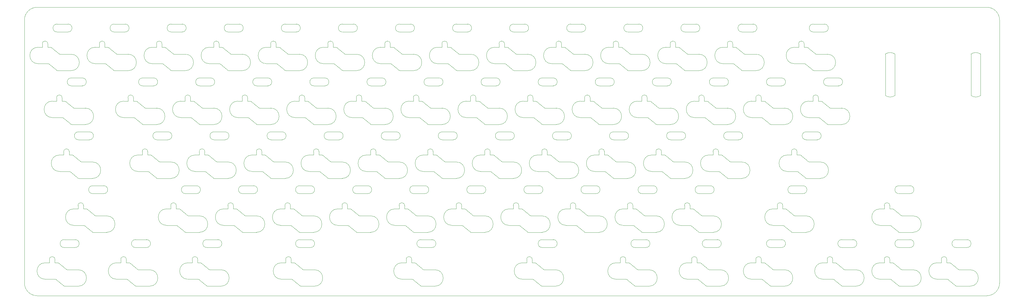
<source format=gbr>
%TF.GenerationSoftware,KiCad,Pcbnew,(7.0.0-0)*%
%TF.CreationDate,2023-02-20T17:49:28-08:00*%
%TF.ProjectId,mt-choc-bottom,6d742d63-686f-4632-9d62-6f74746f6d2e,v1.0*%
%TF.SameCoordinates,Original*%
%TF.FileFunction,Profile,NP*%
%FSLAX46Y46*%
G04 Gerber Fmt 4.6, Leading zero omitted, Abs format (unit mm)*
G04 Created by KiCad (PCBNEW (7.0.0-0)) date 2023-02-20 17:49:28*
%MOMM*%
%LPD*%
G01*
G04 APERTURE LIST*
%TA.AperFunction,Profile*%
%ADD10C,0.038100*%
%TD*%
%TA.AperFunction,Profile*%
%ADD11C,0.120000*%
%TD*%
G04 APERTURE END LIST*
D10*
X362500000Y-82500000D02*
G75*
G03*
X358500000Y-78500000I-4000000J0D01*
G01*
X358500000Y-169500000D02*
G75*
G03*
X362500000Y-165500000I0J4000000D01*
G01*
X362500000Y-165500000D02*
X362500000Y-82500000D01*
X55000000Y-165500000D02*
X55000000Y-82500000D01*
X59000000Y-169500000D02*
X358500000Y-169500000D01*
X59000000Y-78500000D02*
X358500000Y-78500000D01*
X55000000Y-165500000D02*
G75*
G03*
X59000000Y-169500000I4000000J0D01*
G01*
X59000000Y-78500000D02*
G75*
G03*
X55000000Y-82500000I0J-4000000D01*
G01*
D11*
%TO.C,D25*%
X158750000Y-86291665D02*
X155250000Y-86291665D01*
X155250000Y-83791665D02*
X158750000Y-83791665D01*
X158750000Y-86291665D02*
G75*
G03*
X158750000Y-83791665I0J1250000D01*
G01*
X155250000Y-83791665D02*
G75*
G03*
X155250000Y-86291665I0J-1250000D01*
G01*
%TO.C,D12*%
X113750000Y-103291657D02*
X110250000Y-103291657D01*
X110250000Y-100791657D02*
X113750000Y-100791657D01*
X113750000Y-103291657D02*
G75*
G03*
X113750000Y-100791657I0J1250000D01*
G01*
X110250000Y-100791657D02*
G75*
G03*
X110250000Y-103291657I0J-1250000D01*
G01*
%TO.C,D38*%
X217250000Y-137291641D02*
X213750000Y-137291641D01*
X213750000Y-134791641D02*
X217250000Y-134791641D01*
X217250000Y-137291641D02*
G75*
G03*
X217250000Y-134791641I0J1250000D01*
G01*
X213750000Y-134791641D02*
G75*
G03*
X213750000Y-137291641I0J-1250000D01*
G01*
%TO.C,SW10*%
X85400000Y-158000000D02*
X85400000Y-159100000D01*
X85400000Y-159100000D02*
X84050000Y-159100000D01*
X87100000Y-158000000D02*
X87100000Y-159100000D01*
X87100000Y-159100000D02*
X88150000Y-159100000D01*
X87350000Y-164300000D02*
X84050000Y-164300000D01*
X90050000Y-166500000D02*
X87350000Y-164300000D01*
X90050000Y-166500000D02*
X94450000Y-166500000D01*
X90850000Y-161300000D02*
X88150000Y-159100000D01*
X90850000Y-161300000D02*
X94450000Y-161300000D01*
X84050000Y-159100000D02*
G75*
G03*
X84050000Y-164300000I0J-2600000D01*
G01*
X87100000Y-158000000D02*
G75*
G03*
X85400000Y-158000000I-850000J0D01*
G01*
X94450000Y-166500000D02*
G75*
G03*
X94450000Y-161300000I0J2600000D01*
G01*
%TO.C,D1*%
X68750000Y-86291665D02*
X65250000Y-86291665D01*
X65250000Y-83791665D02*
X68750000Y-83791665D01*
X68750000Y-86291665D02*
G75*
G03*
X68750000Y-83791665I0J1250000D01*
G01*
X65250000Y-83791665D02*
G75*
G03*
X65250000Y-86291665I0J-1250000D01*
G01*
%TO.C,SW39*%
X218150000Y-124000000D02*
X218150000Y-125100000D01*
X218150000Y-125100000D02*
X216800000Y-125100000D01*
X219850000Y-124000000D02*
X219850000Y-125100000D01*
X219850000Y-125100000D02*
X220900000Y-125100000D01*
X220100000Y-130300000D02*
X216800000Y-130300000D01*
X222800000Y-132500000D02*
X220100000Y-130300000D01*
X222800000Y-132500000D02*
X227200000Y-132500000D01*
X223600000Y-127300000D02*
X220900000Y-125100000D01*
X223600000Y-127300000D02*
X227200000Y-127300000D01*
X216800000Y-125100000D02*
G75*
G03*
X216800000Y-130300000I0J-2600000D01*
G01*
X219850000Y-124000000D02*
G75*
G03*
X218150000Y-124000000I-850000J0D01*
G01*
X227200000Y-132500000D02*
G75*
G03*
X227200000Y-127300000I0J2600000D01*
G01*
%TO.C,SW33*%
X186650000Y-90000000D02*
X186650000Y-91100000D01*
X186650000Y-91100000D02*
X185300000Y-91100000D01*
X188350000Y-90000000D02*
X188350000Y-91100000D01*
X188350000Y-91100000D02*
X189400000Y-91100000D01*
X188600000Y-96300000D02*
X185300000Y-96300000D01*
X191300000Y-98500000D02*
X188600000Y-96300000D01*
X191300000Y-98500000D02*
X195700000Y-98500000D01*
X192100000Y-93300000D02*
X189400000Y-91100000D01*
X192100000Y-93300000D02*
X195700000Y-93300000D01*
X185300000Y-91100000D02*
G75*
G03*
X185300000Y-96300000I0J-2600000D01*
G01*
X188350000Y-90000000D02*
G75*
G03*
X186650000Y-90000000I-850000J0D01*
G01*
X195700000Y-98500000D02*
G75*
G03*
X195700000Y-93300000I0J2600000D01*
G01*
%TO.C,SW40*%
X227150000Y-141000000D02*
X227150000Y-142100000D01*
X227150000Y-142100000D02*
X225800000Y-142100000D01*
X228850000Y-141000000D02*
X228850000Y-142100000D01*
X228850000Y-142100000D02*
X229900000Y-142100000D01*
X229100000Y-147300000D02*
X225800000Y-147300000D01*
X231800000Y-149500000D02*
X229100000Y-147300000D01*
X231800000Y-149500000D02*
X236200000Y-149500000D01*
X232600000Y-144300000D02*
X229900000Y-142100000D01*
X232600000Y-144300000D02*
X236200000Y-144300000D01*
X225800000Y-142100000D02*
G75*
G03*
X225800000Y-147300000I0J-2600000D01*
G01*
X228850000Y-141000000D02*
G75*
G03*
X227150000Y-141000000I-850000J0D01*
G01*
X236200000Y-149500000D02*
G75*
G03*
X236200000Y-144300000I0J2600000D01*
G01*
%TO.C,D50*%
X257750000Y-103291657D02*
X254250000Y-103291657D01*
X254250000Y-100791657D02*
X257750000Y-100791657D01*
X257750000Y-103291657D02*
G75*
G03*
X257750000Y-100791657I0J1250000D01*
G01*
X254250000Y-100791657D02*
G75*
G03*
X254250000Y-103291657I0J-1250000D01*
G01*
%TO.C,D11*%
X104750000Y-86291665D02*
X101250000Y-86291665D01*
X101250000Y-83791665D02*
X104750000Y-83791665D01*
X104750000Y-86291665D02*
G75*
G03*
X104750000Y-83791665I0J1250000D01*
G01*
X101250000Y-83791665D02*
G75*
G03*
X101250000Y-86291665I0J-1250000D01*
G01*
%TO.C,SW56*%
X308150000Y-158000000D02*
X308150000Y-159100000D01*
X308150000Y-159100000D02*
X306800000Y-159100000D01*
X309850000Y-158000000D02*
X309850000Y-159100000D01*
X309850000Y-159100000D02*
X310900000Y-159100000D01*
X310100000Y-164300000D02*
X306800000Y-164300000D01*
X312800000Y-166500000D02*
X310100000Y-164300000D01*
X312800000Y-166500000D02*
X317200000Y-166500000D01*
X313600000Y-161300000D02*
X310900000Y-159100000D01*
X313600000Y-161300000D02*
X317200000Y-161300000D01*
X306800000Y-159100000D02*
G75*
G03*
X306800000Y-164300000I0J-2600000D01*
G01*
X309850000Y-158000000D02*
G75*
G03*
X308150000Y-158000000I-850000J0D01*
G01*
X317200000Y-166500000D02*
G75*
G03*
X317200000Y-161300000I0J2600000D01*
G01*
%TO.C,SW18*%
X128150000Y-124000000D02*
X128150000Y-125100000D01*
X128150000Y-125100000D02*
X126800000Y-125100000D01*
X129850000Y-124000000D02*
X129850000Y-125100000D01*
X129850000Y-125100000D02*
X130900000Y-125100000D01*
X130100000Y-130300000D02*
X126800000Y-130300000D01*
X132800000Y-132500000D02*
X130100000Y-130300000D01*
X132800000Y-132500000D02*
X137200000Y-132500000D01*
X133600000Y-127300000D02*
X130900000Y-125100000D01*
X133600000Y-127300000D02*
X137200000Y-127300000D01*
X126800000Y-125100000D02*
G75*
G03*
X126800000Y-130300000I0J-2600000D01*
G01*
X129850000Y-124000000D02*
G75*
G03*
X128150000Y-124000000I-850000J0D01*
G01*
X137200000Y-132500000D02*
G75*
G03*
X137200000Y-127300000I0J2600000D01*
G01*
%TO.C,SW44*%
X236150000Y-124000000D02*
X236150000Y-125100000D01*
X236150000Y-125100000D02*
X234800000Y-125100000D01*
X237850000Y-124000000D02*
X237850000Y-125100000D01*
X237850000Y-125100000D02*
X238900000Y-125100000D01*
X238100000Y-130300000D02*
X234800000Y-130300000D01*
X240800000Y-132500000D02*
X238100000Y-130300000D01*
X240800000Y-132500000D02*
X245200000Y-132500000D01*
X241600000Y-127300000D02*
X238900000Y-125100000D01*
X241600000Y-127300000D02*
X245200000Y-127300000D01*
X234800000Y-125100000D02*
G75*
G03*
X234800000Y-130300000I0J-2600000D01*
G01*
X237850000Y-124000000D02*
G75*
G03*
X236150000Y-124000000I-850000J0D01*
G01*
X245200000Y-132500000D02*
G75*
G03*
X245200000Y-127300000I0J2600000D01*
G01*
%TO.C,D18*%
X136250000Y-120291649D02*
X132750000Y-120291649D01*
X132750000Y-117791649D02*
X136250000Y-117791649D01*
X136250000Y-120291649D02*
G75*
G03*
X136250000Y-117791649I0J1250000D01*
G01*
X132750000Y-117791649D02*
G75*
G03*
X132750000Y-120291649I0J-1250000D01*
G01*
%TO.C,D9*%
X109250000Y-137291641D02*
X105750000Y-137291641D01*
X105750000Y-134791641D02*
X109250000Y-134791641D01*
X109250000Y-137291641D02*
G75*
G03*
X109250000Y-134791641I0J1250000D01*
G01*
X105750000Y-134791641D02*
G75*
G03*
X105750000Y-137291641I0J-1250000D01*
G01*
%TO.C,D55*%
X275750000Y-103291657D02*
X272250000Y-103291657D01*
X272250000Y-100791657D02*
X275750000Y-100791657D01*
X275750000Y-103291657D02*
G75*
G03*
X275750000Y-100791657I0J1250000D01*
G01*
X272250000Y-100791657D02*
G75*
G03*
X272250000Y-103291657I0J-1250000D01*
G01*
%TO.C,D61*%
X305000000Y-120291649D02*
X301500000Y-120291649D01*
X301500000Y-117791649D02*
X305000000Y-117791649D01*
X305000000Y-120291649D02*
G75*
G03*
X305000000Y-117791649I0J1250000D01*
G01*
X301500000Y-117791649D02*
G75*
G03*
X301500000Y-120291649I0J-1250000D01*
G01*
%TO.C,D63*%
X334250000Y-154291633D02*
X330750000Y-154291633D01*
X330750000Y-151791633D02*
X334250000Y-151791633D01*
X334250000Y-154291633D02*
G75*
G03*
X334250000Y-151791633I0J1250000D01*
G01*
X330750000Y-151791633D02*
G75*
G03*
X330750000Y-154291633I0J-1250000D01*
G01*
%TO.C,SW36*%
X209150000Y-141000000D02*
X209150000Y-142100000D01*
X209150000Y-142100000D02*
X207800000Y-142100000D01*
X210850000Y-141000000D02*
X210850000Y-142100000D01*
X210850000Y-142100000D02*
X211900000Y-142100000D01*
X211100000Y-147300000D02*
X207800000Y-147300000D01*
X213800000Y-149500000D02*
X211100000Y-147300000D01*
X213800000Y-149500000D02*
X218200000Y-149500000D01*
X214600000Y-144300000D02*
X211900000Y-142100000D01*
X214600000Y-144300000D02*
X218200000Y-144300000D01*
X207800000Y-142100000D02*
G75*
G03*
X207800000Y-147300000I0J-2600000D01*
G01*
X210850000Y-141000000D02*
G75*
G03*
X209150000Y-141000000I-850000J0D01*
G01*
X218200000Y-149500000D02*
G75*
G03*
X218200000Y-144300000I0J2600000D01*
G01*
%TO.C,D40*%
X221750000Y-103291657D02*
X218250000Y-103291657D01*
X218250000Y-100791657D02*
X221750000Y-100791657D01*
X221750000Y-103291657D02*
G75*
G03*
X221750000Y-100791657I0J1250000D01*
G01*
X218250000Y-100791657D02*
G75*
G03*
X218250000Y-103291657I0J-1250000D01*
G01*
%TO.C,SW63*%
X303650000Y-107000000D02*
X303650000Y-108100000D01*
X303650000Y-108100000D02*
X302300000Y-108100000D01*
X305350000Y-107000000D02*
X305350000Y-108100000D01*
X305350000Y-108100000D02*
X306400000Y-108100000D01*
X305600000Y-113300000D02*
X302300000Y-113300000D01*
X308300000Y-115500000D02*
X305600000Y-113300000D01*
X308300000Y-115500000D02*
X312700000Y-115500000D01*
X309100000Y-110300000D02*
X306400000Y-108100000D01*
X309100000Y-110300000D02*
X312700000Y-110300000D01*
X302300000Y-108100000D02*
G75*
G03*
X302300000Y-113300000I0J-2600000D01*
G01*
X305350000Y-107000000D02*
G75*
G03*
X303650000Y-107000000I-850000J0D01*
G01*
X312700000Y-115500000D02*
G75*
G03*
X312700000Y-110300000I0J2600000D01*
G01*
%TO.C,SW25*%
X150650000Y-90000000D02*
X150650000Y-91100000D01*
X150650000Y-91100000D02*
X149300000Y-91100000D01*
X152350000Y-90000000D02*
X152350000Y-91100000D01*
X152350000Y-91100000D02*
X153400000Y-91100000D01*
X152600000Y-96300000D02*
X149300000Y-96300000D01*
X155300000Y-98500000D02*
X152600000Y-96300000D01*
X155300000Y-98500000D02*
X159700000Y-98500000D01*
X156100000Y-93300000D02*
X153400000Y-91100000D01*
X156100000Y-93300000D02*
X159700000Y-93300000D01*
X149300000Y-91100000D02*
G75*
G03*
X149300000Y-96300000I0J-2600000D01*
G01*
X152350000Y-90000000D02*
G75*
G03*
X150650000Y-90000000I-850000J0D01*
G01*
X159700000Y-98500000D02*
G75*
G03*
X159700000Y-93300000I0J2600000D01*
G01*
%TO.C,SW16*%
X114650000Y-90000000D02*
X114650000Y-91100000D01*
X114650000Y-91100000D02*
X113300000Y-91100000D01*
X116350000Y-90000000D02*
X116350000Y-91100000D01*
X116350000Y-91100000D02*
X117400000Y-91100000D01*
X116600000Y-96300000D02*
X113300000Y-96300000D01*
X119300000Y-98500000D02*
X116600000Y-96300000D01*
X119300000Y-98500000D02*
X123700000Y-98500000D01*
X120100000Y-93300000D02*
X117400000Y-91100000D01*
X120100000Y-93300000D02*
X123700000Y-93300000D01*
X113300000Y-91100000D02*
G75*
G03*
X113300000Y-96300000I0J-2600000D01*
G01*
X116350000Y-90000000D02*
G75*
G03*
X114650000Y-90000000I-850000J0D01*
G01*
X123700000Y-98500000D02*
G75*
G03*
X123700000Y-93300000I0J2600000D01*
G01*
%TO.C,D3*%
X75500000Y-120291649D02*
X72000000Y-120291649D01*
X72000000Y-117791649D02*
X75500000Y-117791649D01*
X75500000Y-120291649D02*
G75*
G03*
X75500000Y-117791649I0J1250000D01*
G01*
X72000000Y-117791649D02*
G75*
G03*
X72000000Y-120291649I0J-1250000D01*
G01*
%TO.C,D14*%
X127250000Y-137291641D02*
X123750000Y-137291641D01*
X123750000Y-134791641D02*
X127250000Y-134791641D01*
X127250000Y-137291641D02*
G75*
G03*
X127250000Y-134791641I0J1250000D01*
G01*
X123750000Y-134791641D02*
G75*
G03*
X123750000Y-137291641I0J-1250000D01*
G01*
%TO.C,D28*%
X181250000Y-137291641D02*
X177750000Y-137291641D01*
X177750000Y-134791641D02*
X181250000Y-134791641D01*
X181250000Y-137291641D02*
G75*
G03*
X181250000Y-134791641I0J1250000D01*
G01*
X177750000Y-134791641D02*
G75*
G03*
X177750000Y-137291641I0J-1250000D01*
G01*
%TO.C,D7*%
X95750000Y-103291657D02*
X92250000Y-103291657D01*
X92250000Y-100791657D02*
X95750000Y-100791657D01*
X95750000Y-103291657D02*
G75*
G03*
X95750000Y-100791657I0J1250000D01*
G01*
X92250000Y-100791657D02*
G75*
G03*
X92250000Y-103291657I0J-1250000D01*
G01*
%TO.C,SW41*%
X242900000Y-158000000D02*
X242900000Y-159100000D01*
X242900000Y-159100000D02*
X241550000Y-159100000D01*
X244600000Y-158000000D02*
X244600000Y-159100000D01*
X244600000Y-159100000D02*
X245650000Y-159100000D01*
X244850000Y-164300000D02*
X241550000Y-164300000D01*
X247550000Y-166500000D02*
X244850000Y-164300000D01*
X247550000Y-166500000D02*
X251950000Y-166500000D01*
X248350000Y-161300000D02*
X245650000Y-159100000D01*
X248350000Y-161300000D02*
X251950000Y-161300000D01*
X241550000Y-159100000D02*
G75*
G03*
X241550000Y-164300000I0J-2600000D01*
G01*
X244600000Y-158000000D02*
G75*
G03*
X242900000Y-158000000I-850000J0D01*
G01*
X251950000Y-166500000D02*
G75*
G03*
X251950000Y-161300000I0J2600000D01*
G01*
%TO.C,D47*%
X253250000Y-137291641D02*
X249750000Y-137291641D01*
X249750000Y-134791641D02*
X253250000Y-134791641D01*
X253250000Y-137291641D02*
G75*
G03*
X253250000Y-134791641I0J1250000D01*
G01*
X249750000Y-134791641D02*
G75*
G03*
X249750000Y-137291641I0J-1250000D01*
G01*
%TO.C,D57*%
X300500000Y-137291641D02*
X297000000Y-137291641D01*
X297000000Y-134791641D02*
X300500000Y-134791641D01*
X300500000Y-137291641D02*
G75*
G03*
X300500000Y-134791641I0J1250000D01*
G01*
X297000000Y-134791641D02*
G75*
G03*
X297000000Y-137291641I0J-1250000D01*
G01*
%TO.C,SW38*%
X213650000Y-107000000D02*
X213650000Y-108100000D01*
X213650000Y-108100000D02*
X212300000Y-108100000D01*
X215350000Y-107000000D02*
X215350000Y-108100000D01*
X215350000Y-108100000D02*
X216400000Y-108100000D01*
X215600000Y-113300000D02*
X212300000Y-113300000D01*
X218300000Y-115500000D02*
X215600000Y-113300000D01*
X218300000Y-115500000D02*
X222700000Y-115500000D01*
X219100000Y-110300000D02*
X216400000Y-108100000D01*
X219100000Y-110300000D02*
X222700000Y-110300000D01*
X212300000Y-108100000D02*
G75*
G03*
X212300000Y-113300000I0J-2600000D01*
G01*
X215350000Y-107000000D02*
G75*
G03*
X213650000Y-107000000I-850000J0D01*
G01*
X222700000Y-115500000D02*
G75*
G03*
X222700000Y-110300000I0J2600000D01*
G01*
%TO.C,SW62*%
X299150000Y-90000000D02*
X299150000Y-91100000D01*
X299150000Y-91100000D02*
X297800000Y-91100000D01*
X300850000Y-90000000D02*
X300850000Y-91100000D01*
X300850000Y-91100000D02*
X301900000Y-91100000D01*
X301100000Y-96300000D02*
X297800000Y-96300000D01*
X303800000Y-98500000D02*
X301100000Y-96300000D01*
X303800000Y-98500000D02*
X308200000Y-98500000D01*
X304600000Y-93300000D02*
X301900000Y-91100000D01*
X304600000Y-93300000D02*
X308200000Y-93300000D01*
X297800000Y-91100000D02*
G75*
G03*
X297800000Y-96300000I0J-2600000D01*
G01*
X300850000Y-90000000D02*
G75*
G03*
X299150000Y-90000000I-850000J0D01*
G01*
X308200000Y-98500000D02*
G75*
G03*
X308200000Y-93300000I0J2600000D01*
G01*
%TO.C,SW26*%
X159650000Y-107000000D02*
X159650000Y-108100000D01*
X159650000Y-108100000D02*
X158300000Y-108100000D01*
X161350000Y-107000000D02*
X161350000Y-108100000D01*
X161350000Y-108100000D02*
X162400000Y-108100000D01*
X161600000Y-113300000D02*
X158300000Y-113300000D01*
X164300000Y-115500000D02*
X161600000Y-113300000D01*
X164300000Y-115500000D02*
X168700000Y-115500000D01*
X165100000Y-110300000D02*
X162400000Y-108100000D01*
X165100000Y-110300000D02*
X168700000Y-110300000D01*
X158300000Y-108100000D02*
G75*
G03*
X158300000Y-113300000I0J-2600000D01*
G01*
X161350000Y-107000000D02*
G75*
G03*
X159650000Y-107000000I-850000J0D01*
G01*
X168700000Y-115500000D02*
G75*
G03*
X168700000Y-110300000I0J2600000D01*
G01*
%TO.C,SW48*%
X249650000Y-107000000D02*
X249650000Y-108100000D01*
X249650000Y-108100000D02*
X248300000Y-108100000D01*
X251350000Y-107000000D02*
X251350000Y-108100000D01*
X251350000Y-108100000D02*
X252400000Y-108100000D01*
X251600000Y-113300000D02*
X248300000Y-113300000D01*
X254300000Y-115500000D02*
X251600000Y-113300000D01*
X254300000Y-115500000D02*
X258700000Y-115500000D01*
X255100000Y-110300000D02*
X252400000Y-108100000D01*
X255100000Y-110300000D02*
X258700000Y-110300000D01*
X248300000Y-108100000D02*
G75*
G03*
X248300000Y-113300000I0J-2600000D01*
G01*
X251350000Y-107000000D02*
G75*
G03*
X249650000Y-107000000I-850000J0D01*
G01*
X258700000Y-115500000D02*
G75*
G03*
X258700000Y-110300000I0J2600000D01*
G01*
%TO.C,D62*%
X334250000Y-137291641D02*
X330750000Y-137291641D01*
X330750000Y-134791641D02*
X334250000Y-134791641D01*
X334250000Y-137291641D02*
G75*
G03*
X334250000Y-134791641I0J1250000D01*
G01*
X330750000Y-134791641D02*
G75*
G03*
X330750000Y-137291641I0J-1250000D01*
G01*
%TO.C,D16*%
X122750000Y-86291665D02*
X119250000Y-86291665D01*
X119250000Y-83791665D02*
X122750000Y-83791665D01*
X122750000Y-86291665D02*
G75*
G03*
X122750000Y-83791665I0J1250000D01*
G01*
X119250000Y-83791665D02*
G75*
G03*
X119250000Y-86291665I0J-1250000D01*
G01*
%TO.C,SW11*%
X96650000Y-90000000D02*
X96650000Y-91100000D01*
X96650000Y-91100000D02*
X95300000Y-91100000D01*
X98350000Y-90000000D02*
X98350000Y-91100000D01*
X98350000Y-91100000D02*
X99400000Y-91100000D01*
X98600000Y-96300000D02*
X95300000Y-96300000D01*
X101300000Y-98500000D02*
X98600000Y-96300000D01*
X101300000Y-98500000D02*
X105700000Y-98500000D01*
X102100000Y-93300000D02*
X99400000Y-91100000D01*
X102100000Y-93300000D02*
X105700000Y-93300000D01*
X95300000Y-91100000D02*
G75*
G03*
X95300000Y-96300000I0J-2600000D01*
G01*
X98350000Y-90000000D02*
G75*
G03*
X96650000Y-90000000I-850000J0D01*
G01*
X105700000Y-98500000D02*
G75*
G03*
X105700000Y-93300000I0J2600000D01*
G01*
%TO.C,D19*%
X145250000Y-137291641D02*
X141750000Y-137291641D01*
X141750000Y-134791641D02*
X145250000Y-134791641D01*
X145250000Y-137291641D02*
G75*
G03*
X145250000Y-134791641I0J1250000D01*
G01*
X141750000Y-134791641D02*
G75*
G03*
X141750000Y-137291641I0J-1250000D01*
G01*
%TO.C,D42*%
X235250000Y-137291641D02*
X231750000Y-137291641D01*
X231750000Y-134791641D02*
X235250000Y-134791641D01*
X235250000Y-137291641D02*
G75*
G03*
X235250000Y-134791641I0J1250000D01*
G01*
X231750000Y-134791641D02*
G75*
G03*
X231750000Y-137291641I0J-1250000D01*
G01*
%TO.C,D24*%
X145250000Y-154291633D02*
X141750000Y-154291633D01*
X141750000Y-151791633D02*
X145250000Y-151791633D01*
X145250000Y-154291633D02*
G75*
G03*
X145250000Y-151791633I0J1250000D01*
G01*
X141750000Y-151791633D02*
G75*
G03*
X141750000Y-154291633I0J-1250000D01*
G01*
%TO.C,D44*%
X230750000Y-86291665D02*
X227250000Y-86291665D01*
X227250000Y-83791665D02*
X230750000Y-83791665D01*
X230750000Y-86291665D02*
G75*
G03*
X230750000Y-83791665I0J1250000D01*
G01*
X227250000Y-83791665D02*
G75*
G03*
X227250000Y-86291665I0J-1250000D01*
G01*
%TO.C,SW21*%
X141650000Y-107000000D02*
X141650000Y-108100000D01*
X141650000Y-108100000D02*
X140300000Y-108100000D01*
X143350000Y-107000000D02*
X143350000Y-108100000D01*
X143350000Y-108100000D02*
X144400000Y-108100000D01*
X143600000Y-113300000D02*
X140300000Y-113300000D01*
X146300000Y-115500000D02*
X143600000Y-113300000D01*
X146300000Y-115500000D02*
X150700000Y-115500000D01*
X147100000Y-110300000D02*
X144400000Y-108100000D01*
X147100000Y-110300000D02*
X150700000Y-110300000D01*
X140300000Y-108100000D02*
G75*
G03*
X140300000Y-113300000I0J-2600000D01*
G01*
X143350000Y-107000000D02*
G75*
G03*
X141650000Y-107000000I-850000J0D01*
G01*
X150700000Y-115500000D02*
G75*
G03*
X150700000Y-110300000I0J2600000D01*
G01*
%TO.C,SW54*%
X272150000Y-124000000D02*
X272150000Y-125100000D01*
X272150000Y-125100000D02*
X270800000Y-125100000D01*
X273850000Y-124000000D02*
X273850000Y-125100000D01*
X273850000Y-125100000D02*
X274900000Y-125100000D01*
X274100000Y-130300000D02*
X270800000Y-130300000D01*
X276800000Y-132500000D02*
X274100000Y-130300000D01*
X276800000Y-132500000D02*
X281200000Y-132500000D01*
X277600000Y-127300000D02*
X274900000Y-125100000D01*
X277600000Y-127300000D02*
X281200000Y-127300000D01*
X270800000Y-125100000D02*
G75*
G03*
X270800000Y-130300000I0J-2600000D01*
G01*
X273850000Y-124000000D02*
G75*
G03*
X272150000Y-124000000I-850000J0D01*
G01*
X281200000Y-132500000D02*
G75*
G03*
X281200000Y-127300000I0J2600000D01*
G01*
%TO.C,D45*%
X239750000Y-103291657D02*
X236250000Y-103291657D01*
X236250000Y-100791657D02*
X239750000Y-100791657D01*
X239750000Y-103291657D02*
G75*
G03*
X239750000Y-100791657I0J1250000D01*
G01*
X236250000Y-100791657D02*
G75*
G03*
X236250000Y-103291657I0J-1250000D01*
G01*
%TO.C,SW57*%
X276650000Y-90000000D02*
X276650000Y-91100000D01*
X276650000Y-91100000D02*
X275300000Y-91100000D01*
X278350000Y-90000000D02*
X278350000Y-91100000D01*
X278350000Y-91100000D02*
X279400000Y-91100000D01*
X278600000Y-96300000D02*
X275300000Y-96300000D01*
X281300000Y-98500000D02*
X278600000Y-96300000D01*
X281300000Y-98500000D02*
X285700000Y-98500000D01*
X282100000Y-93300000D02*
X279400000Y-91100000D01*
X282100000Y-93300000D02*
X285700000Y-93300000D01*
X275300000Y-91100000D02*
G75*
G03*
X275300000Y-96300000I0J-2600000D01*
G01*
X278350000Y-90000000D02*
G75*
G03*
X276650000Y-90000000I-850000J0D01*
G01*
X285700000Y-98500000D02*
G75*
G03*
X285700000Y-93300000I0J2600000D01*
G01*
%TO.C,D29*%
X183500000Y-154291633D02*
X180000000Y-154291633D01*
X180000000Y-151791633D02*
X183500000Y-151791633D01*
X183500000Y-154291633D02*
G75*
G03*
X183500000Y-151791633I0J1250000D01*
G01*
X180000000Y-151791633D02*
G75*
G03*
X180000000Y-154291633I0J-1250000D01*
G01*
%TO.C,D51*%
X262250000Y-120291649D02*
X258750000Y-120291649D01*
X258750000Y-117791649D02*
X262250000Y-117791649D01*
X262250000Y-120291649D02*
G75*
G03*
X262250000Y-117791649I0J1250000D01*
G01*
X258750000Y-117791649D02*
G75*
G03*
X258750000Y-120291649I0J-1250000D01*
G01*
%TO.C,SW24*%
X137400000Y-158000000D02*
X137400000Y-159100000D01*
X137400000Y-159100000D02*
X136050000Y-159100000D01*
X139100000Y-158000000D02*
X139100000Y-159100000D01*
X139100000Y-159100000D02*
X140150000Y-159100000D01*
X139350000Y-164300000D02*
X136050000Y-164300000D01*
X142050000Y-166500000D02*
X139350000Y-164300000D01*
X142050000Y-166500000D02*
X146450000Y-166500000D01*
X142850000Y-161300000D02*
X140150000Y-159100000D01*
X142850000Y-161300000D02*
X146450000Y-161300000D01*
X175400000Y-158000000D02*
X175400000Y-159100000D01*
X175400000Y-159100000D02*
X174050000Y-159100000D01*
X177100000Y-158000000D02*
X177100000Y-159100000D01*
X177100000Y-159100000D02*
X178150000Y-159100000D01*
X177350000Y-164300000D02*
X174050000Y-164300000D01*
X180050000Y-166500000D02*
X177350000Y-164300000D01*
X180050000Y-166500000D02*
X184450000Y-166500000D01*
X180850000Y-161300000D02*
X178150000Y-159100000D01*
X180850000Y-161300000D02*
X184450000Y-161300000D01*
X213400000Y-158000000D02*
X213400000Y-159100000D01*
X213400000Y-159100000D02*
X212050000Y-159100000D01*
X215100000Y-158000000D02*
X215100000Y-159100000D01*
X215100000Y-159100000D02*
X216150000Y-159100000D01*
X215350000Y-164300000D02*
X212050000Y-164300000D01*
X218050000Y-166500000D02*
X215350000Y-164300000D01*
X218050000Y-166500000D02*
X222450000Y-166500000D01*
X218850000Y-161300000D02*
X216150000Y-159100000D01*
X218850000Y-161300000D02*
X222450000Y-161300000D01*
X136050000Y-159100000D02*
G75*
G03*
X136050000Y-164300000I0J-2600000D01*
G01*
X139100000Y-158000000D02*
G75*
G03*
X137400000Y-158000000I-850000J0D01*
G01*
X146450000Y-166500000D02*
G75*
G03*
X146450000Y-161300000I0J2600000D01*
G01*
X174050000Y-159100000D02*
G75*
G03*
X174050000Y-164300000I0J-2600000D01*
G01*
X177100000Y-158000000D02*
G75*
G03*
X175400000Y-158000000I-850000J0D01*
G01*
X184450000Y-166500000D02*
G75*
G03*
X184450000Y-161300000I0J2600000D01*
G01*
X212050000Y-159100000D02*
G75*
G03*
X212050000Y-164300000I0J-2600000D01*
G01*
X215100000Y-158000000D02*
G75*
G03*
X213400000Y-158000000I-850000J0D01*
G01*
X222450000Y-166500000D02*
G75*
G03*
X222450000Y-161300000I0J2600000D01*
G01*
%TO.C,D21*%
X149750000Y-103291657D02*
X146250000Y-103291657D01*
X146250000Y-100791657D02*
X149750000Y-100791657D01*
X149750000Y-103291657D02*
G75*
G03*
X149750000Y-100791657I0J1250000D01*
G01*
X146250000Y-100791657D02*
G75*
G03*
X146250000Y-103291657I0J-1250000D01*
G01*
%TO.C,D58*%
X316250000Y-154291633D02*
X312750000Y-154291633D01*
X312750000Y-151791633D02*
X316250000Y-151791633D01*
X316250000Y-154291633D02*
G75*
G03*
X316250000Y-151791633I0J1250000D01*
G01*
X312750000Y-151791633D02*
G75*
G03*
X312750000Y-154291633I0J-1250000D01*
G01*
%TO.C,D60*%
X293750000Y-103291657D02*
X290250000Y-103291657D01*
X290250000Y-100791657D02*
X293750000Y-100791657D01*
X293750000Y-103291657D02*
G75*
G03*
X293750000Y-100791657I0J1250000D01*
G01*
X290250000Y-100791657D02*
G75*
G03*
X290250000Y-103291657I0J-1250000D01*
G01*
%TO.C,SW8*%
X92150000Y-124000000D02*
X92150000Y-125100000D01*
X92150000Y-125100000D02*
X90800000Y-125100000D01*
X93850000Y-124000000D02*
X93850000Y-125100000D01*
X93850000Y-125100000D02*
X94900000Y-125100000D01*
X94100000Y-130300000D02*
X90800000Y-130300000D01*
X96800000Y-132500000D02*
X94100000Y-130300000D01*
X96800000Y-132500000D02*
X101200000Y-132500000D01*
X97600000Y-127300000D02*
X94900000Y-125100000D01*
X97600000Y-127300000D02*
X101200000Y-127300000D01*
X90800000Y-125100000D02*
G75*
G03*
X90800000Y-130300000I0J-2600000D01*
G01*
X93850000Y-124000000D02*
G75*
G03*
X92150000Y-124000000I-850000J0D01*
G01*
X101200000Y-132500000D02*
G75*
G03*
X101200000Y-127300000I0J2600000D01*
G01*
%TO.C,SW3*%
X67400000Y-124000000D02*
X67400000Y-125100000D01*
X67400000Y-125100000D02*
X66050000Y-125100000D01*
X69100000Y-124000000D02*
X69100000Y-125100000D01*
X69100000Y-125100000D02*
X70150000Y-125100000D01*
X69350000Y-130300000D02*
X66050000Y-130300000D01*
X72050000Y-132500000D02*
X69350000Y-130300000D01*
X72050000Y-132500000D02*
X76450000Y-132500000D01*
X72850000Y-127300000D02*
X70150000Y-125100000D01*
X72850000Y-127300000D02*
X76450000Y-127300000D01*
X66050000Y-125100000D02*
G75*
G03*
X66050000Y-130300000I0J-2600000D01*
G01*
X69100000Y-124000000D02*
G75*
G03*
X67400000Y-124000000I-850000J0D01*
G01*
X76450000Y-132500000D02*
G75*
G03*
X76450000Y-127300000I0J2600000D01*
G01*
%TO.C,D41*%
X226250000Y-120291649D02*
X222750000Y-120291649D01*
X222750000Y-117791649D02*
X226250000Y-117791649D01*
X226250000Y-120291649D02*
G75*
G03*
X226250000Y-117791649I0J1250000D01*
G01*
X222750000Y-117791649D02*
G75*
G03*
X222750000Y-120291649I0J-1250000D01*
G01*
%TO.C,D31*%
X176750000Y-86291665D02*
X173250000Y-86291665D01*
X173250000Y-83791665D02*
X176750000Y-83791665D01*
X176750000Y-86291665D02*
G75*
G03*
X176750000Y-83791665I0J1250000D01*
G01*
X173250000Y-83791665D02*
G75*
G03*
X173250000Y-86291665I0J-1250000D01*
G01*
%TO.C,SW35*%
X200150000Y-124000000D02*
X200150000Y-125100000D01*
X200150000Y-125100000D02*
X198800000Y-125100000D01*
X201850000Y-124000000D02*
X201850000Y-125100000D01*
X201850000Y-125100000D02*
X202900000Y-125100000D01*
X202100000Y-130300000D02*
X198800000Y-130300000D01*
X204800000Y-132500000D02*
X202100000Y-130300000D01*
X204800000Y-132500000D02*
X209200000Y-132500000D01*
X205600000Y-127300000D02*
X202900000Y-125100000D01*
X205600000Y-127300000D02*
X209200000Y-127300000D01*
X198800000Y-125100000D02*
G75*
G03*
X198800000Y-130300000I0J-2600000D01*
G01*
X201850000Y-124000000D02*
G75*
G03*
X200150000Y-124000000I-850000J0D01*
G01*
X209200000Y-132500000D02*
G75*
G03*
X209200000Y-127300000I0J2600000D01*
G01*
%TO.C,D39*%
X212750000Y-86291665D02*
X209250000Y-86291665D01*
X209250000Y-83791665D02*
X212750000Y-83791665D01*
X212750000Y-86291665D02*
G75*
G03*
X212750000Y-83791665I0J1250000D01*
G01*
X209250000Y-83791665D02*
G75*
G03*
X209250000Y-86291665I0J-1250000D01*
G01*
%TO.C,SW9*%
X101150000Y-141000000D02*
X101150000Y-142100000D01*
X101150000Y-142100000D02*
X99800000Y-142100000D01*
X102850000Y-141000000D02*
X102850000Y-142100000D01*
X102850000Y-142100000D02*
X103900000Y-142100000D01*
X103100000Y-147300000D02*
X99800000Y-147300000D01*
X105800000Y-149500000D02*
X103100000Y-147300000D01*
X105800000Y-149500000D02*
X110200000Y-149500000D01*
X106600000Y-144300000D02*
X103900000Y-142100000D01*
X106600000Y-144300000D02*
X110200000Y-144300000D01*
X99800000Y-142100000D02*
G75*
G03*
X99800000Y-147300000I0J-2600000D01*
G01*
X102850000Y-141000000D02*
G75*
G03*
X101150000Y-141000000I-850000J0D01*
G01*
X110200000Y-149500000D02*
G75*
G03*
X110200000Y-144300000I0J2600000D01*
G01*
%TO.C,D52*%
X271250000Y-137291641D02*
X267750000Y-137291641D01*
X267750000Y-134791641D02*
X271250000Y-134791641D01*
X271250000Y-137291641D02*
G75*
G03*
X271250000Y-134791641I0J1250000D01*
G01*
X267750000Y-134791641D02*
G75*
G03*
X267750000Y-137291641I0J-1250000D01*
G01*
%TO.C,SW15*%
X107900000Y-158000000D02*
X107900000Y-159100000D01*
X107900000Y-159100000D02*
X106550000Y-159100000D01*
X109600000Y-158000000D02*
X109600000Y-159100000D01*
X109600000Y-159100000D02*
X110650000Y-159100000D01*
X109850000Y-164300000D02*
X106550000Y-164300000D01*
X112550000Y-166500000D02*
X109850000Y-164300000D01*
X112550000Y-166500000D02*
X116950000Y-166500000D01*
X113350000Y-161300000D02*
X110650000Y-159100000D01*
X113350000Y-161300000D02*
X116950000Y-161300000D01*
X106550000Y-159100000D02*
G75*
G03*
X106550000Y-164300000I0J-2600000D01*
G01*
X109600000Y-158000000D02*
G75*
G03*
X107900000Y-158000000I-850000J0D01*
G01*
X116950000Y-166500000D02*
G75*
G03*
X116950000Y-161300000I0J2600000D01*
G01*
%TO.C,SW4*%
X71900000Y-141000000D02*
X71900000Y-142100000D01*
X71900000Y-142100000D02*
X70550000Y-142100000D01*
X73600000Y-141000000D02*
X73600000Y-142100000D01*
X73600000Y-142100000D02*
X74650000Y-142100000D01*
X73850000Y-147300000D02*
X70550000Y-147300000D01*
X76550000Y-149500000D02*
X73850000Y-147300000D01*
X76550000Y-149500000D02*
X80950000Y-149500000D01*
X77350000Y-144300000D02*
X74650000Y-142100000D01*
X77350000Y-144300000D02*
X80950000Y-144300000D01*
X70550000Y-142100000D02*
G75*
G03*
X70550000Y-147300000I0J-2600000D01*
G01*
X73600000Y-141000000D02*
G75*
G03*
X71900000Y-141000000I-850000J0D01*
G01*
X80950000Y-149500000D02*
G75*
G03*
X80950000Y-144300000I0J2600000D01*
G01*
%TO.C,D26*%
X167750000Y-103291657D02*
X164250000Y-103291657D01*
X164250000Y-100791657D02*
X167750000Y-100791657D01*
X167750000Y-103291657D02*
G75*
G03*
X167750000Y-100791657I0J1250000D01*
G01*
X164250000Y-100791657D02*
G75*
G03*
X164250000Y-103291657I0J-1250000D01*
G01*
%TO.C,D10*%
X93500000Y-154291633D02*
X90000000Y-154291633D01*
X90000000Y-151791633D02*
X93500000Y-151791633D01*
X93500000Y-154291633D02*
G75*
G03*
X93500000Y-151791633I0J1250000D01*
G01*
X90000000Y-151791633D02*
G75*
G03*
X90000000Y-154291633I0J-1250000D01*
G01*
%TO.C,SW49*%
X254150000Y-124000000D02*
X254150000Y-125100000D01*
X254150000Y-125100000D02*
X252800000Y-125100000D01*
X255850000Y-124000000D02*
X255850000Y-125100000D01*
X255850000Y-125100000D02*
X256900000Y-125100000D01*
X256100000Y-130300000D02*
X252800000Y-130300000D01*
X258800000Y-132500000D02*
X256100000Y-130300000D01*
X258800000Y-132500000D02*
X263200000Y-132500000D01*
X259600000Y-127300000D02*
X256900000Y-125100000D01*
X259600000Y-127300000D02*
X263200000Y-127300000D01*
X252800000Y-125100000D02*
G75*
G03*
X252800000Y-130300000I0J-2600000D01*
G01*
X255850000Y-124000000D02*
G75*
G03*
X254150000Y-124000000I-850000J0D01*
G01*
X263200000Y-132500000D02*
G75*
G03*
X263200000Y-127300000I0J2600000D01*
G01*
%TO.C,D49*%
X248750000Y-86291665D02*
X245250000Y-86291665D01*
X245250000Y-83791665D02*
X248750000Y-83791665D01*
X248750000Y-86291665D02*
G75*
G03*
X248750000Y-83791665I0J1250000D01*
G01*
X245250000Y-83791665D02*
G75*
G03*
X245250000Y-86291665I0J-1250000D01*
G01*
%TO.C,SW42*%
X222650000Y-90000000D02*
X222650000Y-91100000D01*
X222650000Y-91100000D02*
X221300000Y-91100000D01*
X224350000Y-90000000D02*
X224350000Y-91100000D01*
X224350000Y-91100000D02*
X225400000Y-91100000D01*
X224600000Y-96300000D02*
X221300000Y-96300000D01*
X227300000Y-98500000D02*
X224600000Y-96300000D01*
X227300000Y-98500000D02*
X231700000Y-98500000D01*
X228100000Y-93300000D02*
X225400000Y-91100000D01*
X228100000Y-93300000D02*
X231700000Y-93300000D01*
X221300000Y-91100000D02*
G75*
G03*
X221300000Y-96300000I0J-2600000D01*
G01*
X224350000Y-90000000D02*
G75*
G03*
X222650000Y-90000000I-850000J0D01*
G01*
X231700000Y-98500000D02*
G75*
G03*
X231700000Y-93300000I0J2600000D01*
G01*
%TO.C,D33*%
X190250000Y-120291649D02*
X186750000Y-120291649D01*
X186750000Y-117791649D02*
X190250000Y-117791649D01*
X190250000Y-120291649D02*
G75*
G03*
X190250000Y-117791649I0J1250000D01*
G01*
X186750000Y-117791649D02*
G75*
G03*
X186750000Y-120291649I0J-1250000D01*
G01*
%TO.C,SW53*%
X267650000Y-107000000D02*
X267650000Y-108100000D01*
X267650000Y-108100000D02*
X266300000Y-108100000D01*
X269350000Y-107000000D02*
X269350000Y-108100000D01*
X269350000Y-108100000D02*
X270400000Y-108100000D01*
X269600000Y-113300000D02*
X266300000Y-113300000D01*
X272300000Y-115500000D02*
X269600000Y-113300000D01*
X272300000Y-115500000D02*
X276700000Y-115500000D01*
X273100000Y-110300000D02*
X270400000Y-108100000D01*
X273100000Y-110300000D02*
X276700000Y-110300000D01*
X266300000Y-108100000D02*
G75*
G03*
X266300000Y-113300000I0J-2600000D01*
G01*
X269350000Y-107000000D02*
G75*
G03*
X267650000Y-107000000I-850000J0D01*
G01*
X276700000Y-115500000D02*
G75*
G03*
X276700000Y-110300000I0J2600000D01*
G01*
%TO.C,D30*%
X221750000Y-154291633D02*
X218250000Y-154291633D01*
X218250000Y-151791633D02*
X221750000Y-151791633D01*
X221750000Y-154291633D02*
G75*
G03*
X221750000Y-151791633I0J1250000D01*
G01*
X218250000Y-151791633D02*
G75*
G03*
X218250000Y-154291633I0J-1250000D01*
G01*
%TO.C,D37*%
X208250000Y-120291649D02*
X204750000Y-120291649D01*
X204750000Y-117791649D02*
X208250000Y-117791649D01*
X208250000Y-120291649D02*
G75*
G03*
X208250000Y-117791649I0J1250000D01*
G01*
X204750000Y-117791649D02*
G75*
G03*
X204750000Y-120291649I0J-1250000D01*
G01*
%TO.C,SW1*%
X60650000Y-90000000D02*
X60650000Y-91100000D01*
X60650000Y-91100000D02*
X59300000Y-91100000D01*
X62350000Y-90000000D02*
X62350000Y-91100000D01*
X62350000Y-91100000D02*
X63400000Y-91100000D01*
X62600000Y-96300000D02*
X59300000Y-96300000D01*
X65300000Y-98500000D02*
X62600000Y-96300000D01*
X65300000Y-98500000D02*
X69700000Y-98500000D01*
X66100000Y-93300000D02*
X63400000Y-91100000D01*
X66100000Y-93300000D02*
X69700000Y-93300000D01*
X59300000Y-91100000D02*
G75*
G03*
X59300000Y-96300000I0J-2600000D01*
G01*
X62350000Y-90000000D02*
G75*
G03*
X60650000Y-90000000I-850000J0D01*
G01*
X69700000Y-98500000D02*
G75*
G03*
X69700000Y-93300000I0J2600000D01*
G01*
%TO.C,SW43*%
X231650000Y-107000000D02*
X231650000Y-108100000D01*
X231650000Y-108100000D02*
X230300000Y-108100000D01*
X233350000Y-107000000D02*
X233350000Y-108100000D01*
X233350000Y-108100000D02*
X234400000Y-108100000D01*
X233600000Y-113300000D02*
X230300000Y-113300000D01*
X236300000Y-115500000D02*
X233600000Y-113300000D01*
X236300000Y-115500000D02*
X240700000Y-115500000D01*
X237100000Y-110300000D02*
X234400000Y-108100000D01*
X237100000Y-110300000D02*
X240700000Y-110300000D01*
X230300000Y-108100000D02*
G75*
G03*
X230300000Y-113300000I0J-2600000D01*
G01*
X233350000Y-107000000D02*
G75*
G03*
X231650000Y-107000000I-850000J0D01*
G01*
X240700000Y-115500000D02*
G75*
G03*
X240700000Y-110300000I0J2600000D01*
G01*
%TO.C,D20*%
X140750000Y-86291665D02*
X137250000Y-86291665D01*
X137250000Y-83791665D02*
X140750000Y-83791665D01*
X140750000Y-86291665D02*
G75*
G03*
X140750000Y-83791665I0J1250000D01*
G01*
X137250000Y-83791665D02*
G75*
G03*
X137250000Y-86291665I0J-1250000D01*
G01*
%TO.C,SW58*%
X285650000Y-107000000D02*
X285650000Y-108100000D01*
X285650000Y-108100000D02*
X284300000Y-108100000D01*
X287350000Y-107000000D02*
X287350000Y-108100000D01*
X287350000Y-108100000D02*
X288400000Y-108100000D01*
X287600000Y-113300000D02*
X284300000Y-113300000D01*
X290300000Y-115500000D02*
X287600000Y-113300000D01*
X290300000Y-115500000D02*
X294700000Y-115500000D01*
X291100000Y-110300000D02*
X288400000Y-108100000D01*
X291100000Y-110300000D02*
X294700000Y-110300000D01*
X284300000Y-108100000D02*
G75*
G03*
X284300000Y-113300000I0J-2600000D01*
G01*
X287350000Y-107000000D02*
G75*
G03*
X285650000Y-107000000I-850000J0D01*
G01*
X294700000Y-115500000D02*
G75*
G03*
X294700000Y-110300000I0J2600000D01*
G01*
%TO.C,D48*%
X273500000Y-154291633D02*
X270000000Y-154291633D01*
X270000000Y-151791633D02*
X273500000Y-151791633D01*
X273500000Y-154291633D02*
G75*
G03*
X273500000Y-151791633I0J1250000D01*
G01*
X270000000Y-151791633D02*
G75*
G03*
X270000000Y-154291633I0J-1250000D01*
G01*
%TO.C,D36*%
X203750000Y-103291657D02*
X200250000Y-103291657D01*
X200250000Y-100791657D02*
X203750000Y-100791657D01*
X203750000Y-103291657D02*
G75*
G03*
X203750000Y-100791657I0J1250000D01*
G01*
X200250000Y-100791657D02*
G75*
G03*
X200250000Y-103291657I0J-1250000D01*
G01*
%TO.C,SW59*%
X296900000Y-124000000D02*
X296900000Y-125100000D01*
X296900000Y-125100000D02*
X295550000Y-125100000D01*
X298600000Y-124000000D02*
X298600000Y-125100000D01*
X298600000Y-125100000D02*
X299650000Y-125100000D01*
X298850000Y-130300000D02*
X295550000Y-130300000D01*
X301550000Y-132500000D02*
X298850000Y-130300000D01*
X301550000Y-132500000D02*
X305950000Y-132500000D01*
X302350000Y-127300000D02*
X299650000Y-125100000D01*
X302350000Y-127300000D02*
X305950000Y-127300000D01*
X295550000Y-125100000D02*
G75*
G03*
X295550000Y-130300000I0J-2600000D01*
G01*
X298600000Y-124000000D02*
G75*
G03*
X296900000Y-124000000I-850000J0D01*
G01*
X305950000Y-132500000D02*
G75*
G03*
X305950000Y-127300000I0J2600000D01*
G01*
%TO.C,SW29*%
X168650000Y-90000000D02*
X168650000Y-91100000D01*
X168650000Y-91100000D02*
X167300000Y-91100000D01*
X170350000Y-90000000D02*
X170350000Y-91100000D01*
X170350000Y-91100000D02*
X171400000Y-91100000D01*
X170600000Y-96300000D02*
X167300000Y-96300000D01*
X173300000Y-98500000D02*
X170600000Y-96300000D01*
X173300000Y-98500000D02*
X177700000Y-98500000D01*
X174100000Y-93300000D02*
X171400000Y-91100000D01*
X174100000Y-93300000D02*
X177700000Y-93300000D01*
X167300000Y-91100000D02*
G75*
G03*
X167300000Y-96300000I0J-2600000D01*
G01*
X170350000Y-90000000D02*
G75*
G03*
X168650000Y-90000000I-850000J0D01*
G01*
X177700000Y-98500000D02*
G75*
G03*
X177700000Y-93300000I0J2600000D01*
G01*
%TO.C,D6*%
X86750000Y-86291665D02*
X83250000Y-86291665D01*
X83250000Y-83791665D02*
X86750000Y-83791665D01*
X86750000Y-86291665D02*
G75*
G03*
X86750000Y-83791665I0J1250000D01*
G01*
X83250000Y-83791665D02*
G75*
G03*
X83250000Y-86291665I0J-1250000D01*
G01*
%TO.C,SW7*%
X87650000Y-107000000D02*
X87650000Y-108100000D01*
X87650000Y-108100000D02*
X86300000Y-108100000D01*
X89350000Y-107000000D02*
X89350000Y-108100000D01*
X89350000Y-108100000D02*
X90400000Y-108100000D01*
X89600000Y-113300000D02*
X86300000Y-113300000D01*
X92300000Y-115500000D02*
X89600000Y-113300000D01*
X92300000Y-115500000D02*
X96700000Y-115500000D01*
X93100000Y-110300000D02*
X90400000Y-108100000D01*
X93100000Y-110300000D02*
X96700000Y-110300000D01*
X86300000Y-108100000D02*
G75*
G03*
X86300000Y-113300000I0J-2600000D01*
G01*
X89350000Y-107000000D02*
G75*
G03*
X87650000Y-107000000I-850000J0D01*
G01*
X96700000Y-115500000D02*
G75*
G03*
X96700000Y-110300000I0J2600000D01*
G01*
%TO.C,SW34*%
X195650000Y-107000000D02*
X195650000Y-108100000D01*
X195650000Y-108100000D02*
X194300000Y-108100000D01*
X197350000Y-107000000D02*
X197350000Y-108100000D01*
X197350000Y-108100000D02*
X198400000Y-108100000D01*
X197600000Y-113300000D02*
X194300000Y-113300000D01*
X200300000Y-115500000D02*
X197600000Y-113300000D01*
X200300000Y-115500000D02*
X204700000Y-115500000D01*
X201100000Y-110300000D02*
X198400000Y-108100000D01*
X201100000Y-110300000D02*
X204700000Y-110300000D01*
X194300000Y-108100000D02*
G75*
G03*
X194300000Y-113300000I0J-2600000D01*
G01*
X197350000Y-107000000D02*
G75*
G03*
X195650000Y-107000000I-850000J0D01*
G01*
X204700000Y-115500000D02*
G75*
G03*
X204700000Y-110300000I0J2600000D01*
G01*
%TO.C,SW22*%
X146150000Y-124000000D02*
X146150000Y-125100000D01*
X146150000Y-125100000D02*
X144800000Y-125100000D01*
X147850000Y-124000000D02*
X147850000Y-125100000D01*
X147850000Y-125100000D02*
X148900000Y-125100000D01*
X148100000Y-130300000D02*
X144800000Y-130300000D01*
X150800000Y-132500000D02*
X148100000Y-130300000D01*
X150800000Y-132500000D02*
X155200000Y-132500000D01*
X151600000Y-127300000D02*
X148900000Y-125100000D01*
X151600000Y-127300000D02*
X155200000Y-127300000D01*
X144800000Y-125100000D02*
G75*
G03*
X144800000Y-130300000I0J-2600000D01*
G01*
X147850000Y-124000000D02*
G75*
G03*
X146150000Y-124000000I-850000J0D01*
G01*
X155200000Y-132500000D02*
G75*
G03*
X155200000Y-127300000I0J2600000D01*
G01*
%TO.C,D43*%
X251000000Y-154291633D02*
X247500000Y-154291633D01*
X247500000Y-151791633D02*
X251000000Y-151791633D01*
X251000000Y-154291633D02*
G75*
G03*
X251000000Y-151791633I0J1250000D01*
G01*
X247500000Y-151791633D02*
G75*
G03*
X247500000Y-154291633I0J-1250000D01*
G01*
%TO.C,SW6*%
X78650000Y-90000000D02*
X78650000Y-91100000D01*
X78650000Y-91100000D02*
X77300000Y-91100000D01*
X80350000Y-90000000D02*
X80350000Y-91100000D01*
X80350000Y-91100000D02*
X81400000Y-91100000D01*
X80600000Y-96300000D02*
X77300000Y-96300000D01*
X83300000Y-98500000D02*
X80600000Y-96300000D01*
X83300000Y-98500000D02*
X87700000Y-98500000D01*
X84100000Y-93300000D02*
X81400000Y-91100000D01*
X84100000Y-93300000D02*
X87700000Y-93300000D01*
X77300000Y-91100000D02*
G75*
G03*
X77300000Y-96300000I0J-2600000D01*
G01*
X80350000Y-90000000D02*
G75*
G03*
X78650000Y-90000000I-850000J0D01*
G01*
X87700000Y-98500000D02*
G75*
G03*
X87700000Y-93300000I0J2600000D01*
G01*
%TO.C,SW30*%
X177650000Y-107000000D02*
X177650000Y-108100000D01*
X177650000Y-108100000D02*
X176300000Y-108100000D01*
X179350000Y-107000000D02*
X179350000Y-108100000D01*
X179350000Y-108100000D02*
X180400000Y-108100000D01*
X179600000Y-113300000D02*
X176300000Y-113300000D01*
X182300000Y-115500000D02*
X179600000Y-113300000D01*
X182300000Y-115500000D02*
X186700000Y-115500000D01*
X183100000Y-110300000D02*
X180400000Y-108100000D01*
X183100000Y-110300000D02*
X186700000Y-110300000D01*
X176300000Y-108100000D02*
G75*
G03*
X176300000Y-113300000I0J-2600000D01*
G01*
X179350000Y-107000000D02*
G75*
G03*
X177650000Y-107000000I-850000J0D01*
G01*
X186700000Y-115500000D02*
G75*
G03*
X186700000Y-110300000I0J2600000D01*
G01*
%TO.C,SW37*%
X204650000Y-90000000D02*
X204650000Y-91100000D01*
X204650000Y-91100000D02*
X203300000Y-91100000D01*
X206350000Y-90000000D02*
X206350000Y-91100000D01*
X206350000Y-91100000D02*
X207400000Y-91100000D01*
X206600000Y-96300000D02*
X203300000Y-96300000D01*
X209300000Y-98500000D02*
X206600000Y-96300000D01*
X209300000Y-98500000D02*
X213700000Y-98500000D01*
X210100000Y-93300000D02*
X207400000Y-91100000D01*
X210100000Y-93300000D02*
X213700000Y-93300000D01*
X203300000Y-91100000D02*
G75*
G03*
X203300000Y-96300000I0J-2600000D01*
G01*
X206350000Y-90000000D02*
G75*
G03*
X204650000Y-90000000I-850000J0D01*
G01*
X213700000Y-98500000D02*
G75*
G03*
X213700000Y-93300000I0J2600000D01*
G01*
%TO.C,SW61*%
X326150000Y-158000000D02*
X326150000Y-159100000D01*
X326150000Y-159100000D02*
X324800000Y-159100000D01*
X327850000Y-158000000D02*
X327850000Y-159100000D01*
X327850000Y-159100000D02*
X328900000Y-159100000D01*
X328100000Y-164300000D02*
X324800000Y-164300000D01*
X330800000Y-166500000D02*
X328100000Y-164300000D01*
X330800000Y-166500000D02*
X335200000Y-166500000D01*
X331600000Y-161300000D02*
X328900000Y-159100000D01*
X331600000Y-161300000D02*
X335200000Y-161300000D01*
X324800000Y-159100000D02*
G75*
G03*
X324800000Y-164300000I0J-2600000D01*
G01*
X327850000Y-158000000D02*
G75*
G03*
X326150000Y-158000000I-850000J0D01*
G01*
X335200000Y-166500000D02*
G75*
G03*
X335200000Y-161300000I0J2600000D01*
G01*
%TO.C,SW23*%
X155150000Y-141000000D02*
X155150000Y-142100000D01*
X155150000Y-142100000D02*
X153800000Y-142100000D01*
X156850000Y-141000000D02*
X156850000Y-142100000D01*
X156850000Y-142100000D02*
X157900000Y-142100000D01*
X157100000Y-147300000D02*
X153800000Y-147300000D01*
X159800000Y-149500000D02*
X157100000Y-147300000D01*
X159800000Y-149500000D02*
X164200000Y-149500000D01*
X160600000Y-144300000D02*
X157900000Y-142100000D01*
X160600000Y-144300000D02*
X164200000Y-144300000D01*
X153800000Y-142100000D02*
G75*
G03*
X153800000Y-147300000I0J-2600000D01*
G01*
X156850000Y-141000000D02*
G75*
G03*
X155150000Y-141000000I-850000J0D01*
G01*
X164200000Y-149500000D02*
G75*
G03*
X164200000Y-144300000I0J2600000D01*
G01*
%TO.C,SW31*%
X182150000Y-124000000D02*
X182150000Y-125100000D01*
X182150000Y-125100000D02*
X180800000Y-125100000D01*
X183850000Y-124000000D02*
X183850000Y-125100000D01*
X183850000Y-125100000D02*
X184900000Y-125100000D01*
X184100000Y-130300000D02*
X180800000Y-130300000D01*
X186800000Y-132500000D02*
X184100000Y-130300000D01*
X186800000Y-132500000D02*
X191200000Y-132500000D01*
X187600000Y-127300000D02*
X184900000Y-125100000D01*
X187600000Y-127300000D02*
X191200000Y-127300000D01*
X180800000Y-125100000D02*
G75*
G03*
X180800000Y-130300000I0J-2600000D01*
G01*
X183850000Y-124000000D02*
G75*
G03*
X182150000Y-124000000I-850000J0D01*
G01*
X191200000Y-132500000D02*
G75*
G03*
X191200000Y-127300000I0J2600000D01*
G01*
%TO.C,SW46*%
X265400000Y-158000000D02*
X265400000Y-159100000D01*
X265400000Y-159100000D02*
X264050000Y-159100000D01*
X267100000Y-158000000D02*
X267100000Y-159100000D01*
X267100000Y-159100000D02*
X268150000Y-159100000D01*
X267350000Y-164300000D02*
X264050000Y-164300000D01*
X270050000Y-166500000D02*
X267350000Y-164300000D01*
X270050000Y-166500000D02*
X274450000Y-166500000D01*
X270850000Y-161300000D02*
X268150000Y-159100000D01*
X270850000Y-161300000D02*
X274450000Y-161300000D01*
X264050000Y-159100000D02*
G75*
G03*
X264050000Y-164300000I0J-2600000D01*
G01*
X267100000Y-158000000D02*
G75*
G03*
X265400000Y-158000000I-850000J0D01*
G01*
X274450000Y-166500000D02*
G75*
G03*
X274450000Y-161300000I0J2600000D01*
G01*
%TO.C,D64*%
X307250000Y-86291665D02*
X303750000Y-86291665D01*
X303750000Y-83791665D02*
X307250000Y-83791665D01*
X307250000Y-86291665D02*
G75*
G03*
X307250000Y-83791665I0J1250000D01*
G01*
X303750000Y-83791665D02*
G75*
G03*
X303750000Y-86291665I0J-1250000D01*
G01*
%TO.C,D66*%
X352250000Y-154291633D02*
X348750000Y-154291633D01*
X348750000Y-151791633D02*
X352250000Y-151791633D01*
X352250000Y-154291633D02*
G75*
G03*
X352250000Y-151791633I0J1250000D01*
G01*
X348750000Y-151791633D02*
G75*
G03*
X348750000Y-154291633I0J-1250000D01*
G01*
%TO.C,SW14*%
X119150000Y-141000000D02*
X119150000Y-142100000D01*
X119150000Y-142100000D02*
X117800000Y-142100000D01*
X120850000Y-141000000D02*
X120850000Y-142100000D01*
X120850000Y-142100000D02*
X121900000Y-142100000D01*
X121100000Y-147300000D02*
X117800000Y-147300000D01*
X123800000Y-149500000D02*
X121100000Y-147300000D01*
X123800000Y-149500000D02*
X128200000Y-149500000D01*
X124600000Y-144300000D02*
X121900000Y-142100000D01*
X124600000Y-144300000D02*
X128200000Y-144300000D01*
X117800000Y-142100000D02*
G75*
G03*
X117800000Y-147300000I0J-2600000D01*
G01*
X120850000Y-141000000D02*
G75*
G03*
X119150000Y-141000000I-850000J0D01*
G01*
X128200000Y-149500000D02*
G75*
G03*
X128200000Y-144300000I0J2600000D01*
G01*
%TO.C,D54*%
X266750000Y-86291665D02*
X263250000Y-86291665D01*
X263250000Y-83791665D02*
X266750000Y-83791665D01*
X266750000Y-86291665D02*
G75*
G03*
X266750000Y-83791665I0J1250000D01*
G01*
X263250000Y-83791665D02*
G75*
G03*
X263250000Y-86291665I0J-1250000D01*
G01*
%TO.C,D46*%
X244250000Y-120291649D02*
X240750000Y-120291649D01*
X240750000Y-117791649D02*
X244250000Y-117791649D01*
X244250000Y-120291649D02*
G75*
G03*
X244250000Y-117791649I0J1250000D01*
G01*
X240750000Y-117791649D02*
G75*
G03*
X240750000Y-120291649I0J-1250000D01*
G01*
%TO.C,U1*%
X326501257Y-106347927D02*
X326501257Y-93247877D01*
X329501251Y-93247877D02*
X329501251Y-106347927D01*
X353501509Y-106347828D02*
X353501509Y-93247778D01*
X356501503Y-93247778D02*
X356501503Y-106347828D01*
X329501250Y-93247878D02*
G75*
G03*
X326501258Y-93247878I-1499996J-2195843D01*
G01*
X326501257Y-106347927D02*
G75*
G03*
X329501251Y-106347927I1499997J2195855D01*
G01*
X356501502Y-93247779D02*
G75*
G03*
X353501510Y-93247779I-1499996J-2195843D01*
G01*
X353501510Y-106347827D02*
G75*
G03*
X356501502Y-106347827I1499996J2195843D01*
G01*
%TO.C,SW50*%
X263150000Y-141000000D02*
X263150000Y-142100000D01*
X263150000Y-142100000D02*
X261800000Y-142100000D01*
X264850000Y-141000000D02*
X264850000Y-142100000D01*
X264850000Y-142100000D02*
X265900000Y-142100000D01*
X265100000Y-147300000D02*
X261800000Y-147300000D01*
X267800000Y-149500000D02*
X265100000Y-147300000D01*
X267800000Y-149500000D02*
X272200000Y-149500000D01*
X268600000Y-144300000D02*
X265900000Y-142100000D01*
X268600000Y-144300000D02*
X272200000Y-144300000D01*
X261800000Y-142100000D02*
G75*
G03*
X261800000Y-147300000I0J-2600000D01*
G01*
X264850000Y-141000000D02*
G75*
G03*
X263150000Y-141000000I-850000J0D01*
G01*
X272200000Y-149500000D02*
G75*
G03*
X272200000Y-144300000I0J2600000D01*
G01*
%TO.C,D5*%
X71000000Y-154291633D02*
X67500000Y-154291633D01*
X67500000Y-151791633D02*
X71000000Y-151791633D01*
X71000000Y-154291633D02*
G75*
G03*
X71000000Y-151791633I0J1250000D01*
G01*
X67500000Y-151791633D02*
G75*
G03*
X67500000Y-154291633I0J-1250000D01*
G01*
%TO.C,SW27*%
X164150000Y-124000000D02*
X164150000Y-125100000D01*
X164150000Y-125100000D02*
X162800000Y-125100000D01*
X165850000Y-124000000D02*
X165850000Y-125100000D01*
X165850000Y-125100000D02*
X166900000Y-125100000D01*
X166100000Y-130300000D02*
X162800000Y-130300000D01*
X168800000Y-132500000D02*
X166100000Y-130300000D01*
X168800000Y-132500000D02*
X173200000Y-132500000D01*
X169600000Y-127300000D02*
X166900000Y-125100000D01*
X169600000Y-127300000D02*
X173200000Y-127300000D01*
X162800000Y-125100000D02*
G75*
G03*
X162800000Y-130300000I0J-2600000D01*
G01*
X165850000Y-124000000D02*
G75*
G03*
X164150000Y-124000000I-850000J0D01*
G01*
X173200000Y-132500000D02*
G75*
G03*
X173200000Y-127300000I0J2600000D01*
G01*
%TO.C,SW13*%
X110150000Y-124000000D02*
X110150000Y-125100000D01*
X110150000Y-125100000D02*
X108800000Y-125100000D01*
X111850000Y-124000000D02*
X111850000Y-125100000D01*
X111850000Y-125100000D02*
X112900000Y-125100000D01*
X112100000Y-130300000D02*
X108800000Y-130300000D01*
X114800000Y-132500000D02*
X112100000Y-130300000D01*
X114800000Y-132500000D02*
X119200000Y-132500000D01*
X115600000Y-127300000D02*
X112900000Y-125100000D01*
X115600000Y-127300000D02*
X119200000Y-127300000D01*
X108800000Y-125100000D02*
G75*
G03*
X108800000Y-130300000I0J-2600000D01*
G01*
X111850000Y-124000000D02*
G75*
G03*
X110150000Y-124000000I-850000J0D01*
G01*
X119200000Y-132500000D02*
G75*
G03*
X119200000Y-127300000I0J2600000D01*
G01*
%TO.C,SW17*%
X123650000Y-107000000D02*
X123650000Y-108100000D01*
X123650000Y-108100000D02*
X122300000Y-108100000D01*
X125350000Y-107000000D02*
X125350000Y-108100000D01*
X125350000Y-108100000D02*
X126400000Y-108100000D01*
X125600000Y-113300000D02*
X122300000Y-113300000D01*
X128300000Y-115500000D02*
X125600000Y-113300000D01*
X128300000Y-115500000D02*
X132700000Y-115500000D01*
X129100000Y-110300000D02*
X126400000Y-108100000D01*
X129100000Y-110300000D02*
X132700000Y-110300000D01*
X122300000Y-108100000D02*
G75*
G03*
X122300000Y-113300000I0J-2600000D01*
G01*
X125350000Y-107000000D02*
G75*
G03*
X123650000Y-107000000I-850000J0D01*
G01*
X132700000Y-115500000D02*
G75*
G03*
X132700000Y-110300000I0J2600000D01*
G01*
%TO.C,SW45*%
X245150000Y-141000000D02*
X245150000Y-142100000D01*
X245150000Y-142100000D02*
X243800000Y-142100000D01*
X246850000Y-141000000D02*
X246850000Y-142100000D01*
X246850000Y-142100000D02*
X247900000Y-142100000D01*
X247100000Y-147300000D02*
X243800000Y-147300000D01*
X249800000Y-149500000D02*
X247100000Y-147300000D01*
X249800000Y-149500000D02*
X254200000Y-149500000D01*
X250600000Y-144300000D02*
X247900000Y-142100000D01*
X250600000Y-144300000D02*
X254200000Y-144300000D01*
X243800000Y-142100000D02*
G75*
G03*
X243800000Y-147300000I0J-2600000D01*
G01*
X246850000Y-141000000D02*
G75*
G03*
X245150000Y-141000000I-850000J0D01*
G01*
X254200000Y-149500000D02*
G75*
G03*
X254200000Y-144300000I0J2600000D01*
G01*
%TO.C,D22*%
X154250000Y-120291649D02*
X150750000Y-120291649D01*
X150750000Y-117791649D02*
X154250000Y-117791649D01*
X154250000Y-120291649D02*
G75*
G03*
X154250000Y-117791649I0J1250000D01*
G01*
X150750000Y-117791649D02*
G75*
G03*
X150750000Y-120291649I0J-1250000D01*
G01*
%TO.C,D65*%
X311750000Y-103291657D02*
X308250000Y-103291657D01*
X308250000Y-100791657D02*
X311750000Y-100791657D01*
X311750000Y-103291657D02*
G75*
G03*
X311750000Y-100791657I0J1250000D01*
G01*
X308250000Y-100791657D02*
G75*
G03*
X308250000Y-103291657I0J-1250000D01*
G01*
%TO.C,D4*%
X80000000Y-137291641D02*
X76500000Y-137291641D01*
X76500000Y-134791641D02*
X80000000Y-134791641D01*
X80000000Y-137291641D02*
G75*
G03*
X80000000Y-134791641I0J1250000D01*
G01*
X76500000Y-134791641D02*
G75*
G03*
X76500000Y-137291641I0J-1250000D01*
G01*
%TO.C,D15*%
X116000000Y-154291633D02*
X112500000Y-154291633D01*
X112500000Y-151791633D02*
X116000000Y-151791633D01*
X116000000Y-154291633D02*
G75*
G03*
X116000000Y-151791633I0J1250000D01*
G01*
X112500000Y-151791633D02*
G75*
G03*
X112500000Y-154291633I0J-1250000D01*
G01*
%TO.C,SW2*%
X65150000Y-107000000D02*
X65150000Y-108100000D01*
X65150000Y-108100000D02*
X63800000Y-108100000D01*
X66850000Y-107000000D02*
X66850000Y-108100000D01*
X66850000Y-108100000D02*
X67900000Y-108100000D01*
X67100000Y-113300000D02*
X63800000Y-113300000D01*
X69800000Y-115500000D02*
X67100000Y-113300000D01*
X69800000Y-115500000D02*
X74200000Y-115500000D01*
X70600000Y-110300000D02*
X67900000Y-108100000D01*
X70600000Y-110300000D02*
X74200000Y-110300000D01*
X63800000Y-108100000D02*
G75*
G03*
X63800000Y-113300000I0J-2600000D01*
G01*
X66850000Y-107000000D02*
G75*
G03*
X65150000Y-107000000I-850000J0D01*
G01*
X74200000Y-115500000D02*
G75*
G03*
X74200000Y-110300000I0J2600000D01*
G01*
%TO.C,D2*%
X73250000Y-103291657D02*
X69750000Y-103291657D01*
X69750000Y-100791657D02*
X73250000Y-100791657D01*
X73250000Y-103291657D02*
G75*
G03*
X73250000Y-100791657I0J1250000D01*
G01*
X69750000Y-100791657D02*
G75*
G03*
X69750000Y-103291657I0J-1250000D01*
G01*
%TO.C,D17*%
X131750000Y-103291657D02*
X128250000Y-103291657D01*
X128250000Y-100791657D02*
X131750000Y-100791657D01*
X131750000Y-103291657D02*
G75*
G03*
X131750000Y-100791657I0J1250000D01*
G01*
X128250000Y-100791657D02*
G75*
G03*
X128250000Y-103291657I0J-1250000D01*
G01*
%TO.C,SW5*%
X62900000Y-158000000D02*
X62900000Y-159100000D01*
X62900000Y-159100000D02*
X61550000Y-159100000D01*
X64600000Y-158000000D02*
X64600000Y-159100000D01*
X64600000Y-159100000D02*
X65650000Y-159100000D01*
X64850000Y-164300000D02*
X61550000Y-164300000D01*
X67550000Y-166500000D02*
X64850000Y-164300000D01*
X67550000Y-166500000D02*
X71950000Y-166500000D01*
X68350000Y-161300000D02*
X65650000Y-159100000D01*
X68350000Y-161300000D02*
X71950000Y-161300000D01*
X61550000Y-159100000D02*
G75*
G03*
X61550000Y-164300000I0J-2600000D01*
G01*
X64600000Y-158000000D02*
G75*
G03*
X62900000Y-158000000I-850000J0D01*
G01*
X71950000Y-166500000D02*
G75*
G03*
X71950000Y-161300000I0J2600000D01*
G01*
%TO.C,SW64*%
X344150000Y-158000000D02*
X344150000Y-159100000D01*
X344150000Y-159100000D02*
X342800000Y-159100000D01*
X345850000Y-158000000D02*
X345850000Y-159100000D01*
X345850000Y-159100000D02*
X346900000Y-159100000D01*
X346100000Y-164300000D02*
X342800000Y-164300000D01*
X348800000Y-166500000D02*
X346100000Y-164300000D01*
X348800000Y-166500000D02*
X353200000Y-166500000D01*
X349600000Y-161300000D02*
X346900000Y-159100000D01*
X349600000Y-161300000D02*
X353200000Y-161300000D01*
X342800000Y-159100000D02*
G75*
G03*
X342800000Y-164300000I0J-2600000D01*
G01*
X345850000Y-158000000D02*
G75*
G03*
X344150000Y-158000000I-850000J0D01*
G01*
X353200000Y-166500000D02*
G75*
G03*
X353200000Y-161300000I0J2600000D01*
G01*
%TO.C,D32*%
X185750000Y-103291657D02*
X182250000Y-103291657D01*
X182250000Y-100791657D02*
X185750000Y-100791657D01*
X185750000Y-103291657D02*
G75*
G03*
X185750000Y-100791657I0J1250000D01*
G01*
X182250000Y-100791657D02*
G75*
G03*
X182250000Y-103291657I0J-1250000D01*
G01*
%TO.C,D53*%
X293750000Y-154291633D02*
X290250000Y-154291633D01*
X290250000Y-151791633D02*
X293750000Y-151791633D01*
X293750000Y-154291633D02*
G75*
G03*
X293750000Y-151791633I0J1250000D01*
G01*
X290250000Y-151791633D02*
G75*
G03*
X290250000Y-154291633I0J-1250000D01*
G01*
%TO.C,SW12*%
X105650000Y-107000000D02*
X105650000Y-108100000D01*
X105650000Y-108100000D02*
X104300000Y-108100000D01*
X107350000Y-107000000D02*
X107350000Y-108100000D01*
X107350000Y-108100000D02*
X108400000Y-108100000D01*
X107600000Y-113300000D02*
X104300000Y-113300000D01*
X110300000Y-115500000D02*
X107600000Y-113300000D01*
X110300000Y-115500000D02*
X114700000Y-115500000D01*
X111100000Y-110300000D02*
X108400000Y-108100000D01*
X111100000Y-110300000D02*
X114700000Y-110300000D01*
X104300000Y-108100000D02*
G75*
G03*
X104300000Y-113300000I0J-2600000D01*
G01*
X107350000Y-107000000D02*
G75*
G03*
X105650000Y-107000000I-850000J0D01*
G01*
X114700000Y-115500000D02*
G75*
G03*
X114700000Y-110300000I0J2600000D01*
G01*
%TO.C,D8*%
X100250000Y-120291649D02*
X96750000Y-120291649D01*
X96750000Y-117791649D02*
X100250000Y-117791649D01*
X100250000Y-120291649D02*
G75*
G03*
X100250000Y-117791649I0J1250000D01*
G01*
X96750000Y-117791649D02*
G75*
G03*
X96750000Y-120291649I0J-1250000D01*
G01*
%TO.C,D35*%
X194750000Y-86291665D02*
X191250000Y-86291665D01*
X191250000Y-83791665D02*
X194750000Y-83791665D01*
X194750000Y-86291665D02*
G75*
G03*
X194750000Y-83791665I0J1250000D01*
G01*
X191250000Y-83791665D02*
G75*
G03*
X191250000Y-86291665I0J-1250000D01*
G01*
%TO.C,D13*%
X118250000Y-120291649D02*
X114750000Y-120291649D01*
X114750000Y-117791649D02*
X118250000Y-117791649D01*
X118250000Y-120291649D02*
G75*
G03*
X118250000Y-117791649I0J1250000D01*
G01*
X114750000Y-117791649D02*
G75*
G03*
X114750000Y-120291649I0J-1250000D01*
G01*
%TO.C,SW60*%
X326150000Y-141000000D02*
X326150000Y-142100000D01*
X326150000Y-142100000D02*
X324800000Y-142100000D01*
X327850000Y-141000000D02*
X327850000Y-142100000D01*
X327850000Y-142100000D02*
X328900000Y-142100000D01*
X328100000Y-147300000D02*
X324800000Y-147300000D01*
X330800000Y-149500000D02*
X328100000Y-147300000D01*
X330800000Y-149500000D02*
X335200000Y-149500000D01*
X331600000Y-144300000D02*
X328900000Y-142100000D01*
X331600000Y-144300000D02*
X335200000Y-144300000D01*
X324800000Y-142100000D02*
G75*
G03*
X324800000Y-147300000I0J-2600000D01*
G01*
X327850000Y-141000000D02*
G75*
G03*
X326150000Y-141000000I-850000J0D01*
G01*
X335200000Y-149500000D02*
G75*
G03*
X335200000Y-144300000I0J2600000D01*
G01*
%TO.C,SW32*%
X191150000Y-141000000D02*
X191150000Y-142100000D01*
X191150000Y-142100000D02*
X189800000Y-142100000D01*
X192850000Y-141000000D02*
X192850000Y-142100000D01*
X192850000Y-142100000D02*
X193900000Y-142100000D01*
X193100000Y-147300000D02*
X189800000Y-147300000D01*
X195800000Y-149500000D02*
X193100000Y-147300000D01*
X195800000Y-149500000D02*
X200200000Y-149500000D01*
X196600000Y-144300000D02*
X193900000Y-142100000D01*
X196600000Y-144300000D02*
X200200000Y-144300000D01*
X189800000Y-142100000D02*
G75*
G03*
X189800000Y-147300000I0J-2600000D01*
G01*
X192850000Y-141000000D02*
G75*
G03*
X191150000Y-141000000I-850000J0D01*
G01*
X200200000Y-149500000D02*
G75*
G03*
X200200000Y-144300000I0J2600000D01*
G01*
%TO.C,D56*%
X280250000Y-120291649D02*
X276750000Y-120291649D01*
X276750000Y-117791649D02*
X280250000Y-117791649D01*
X280250000Y-120291649D02*
G75*
G03*
X280250000Y-117791649I0J1250000D01*
G01*
X276750000Y-117791649D02*
G75*
G03*
X276750000Y-120291649I0J-1250000D01*
G01*
%TO.C,D23*%
X163250000Y-137291641D02*
X159750000Y-137291641D01*
X159750000Y-134791641D02*
X163250000Y-134791641D01*
X163250000Y-137291641D02*
G75*
G03*
X163250000Y-134791641I0J1250000D01*
G01*
X159750000Y-134791641D02*
G75*
G03*
X159750000Y-137291641I0J-1250000D01*
G01*
%TO.C,SW55*%
X292400000Y-141000000D02*
X292400000Y-142100000D01*
X292400000Y-142100000D02*
X291050000Y-142100000D01*
X294100000Y-141000000D02*
X294100000Y-142100000D01*
X294100000Y-142100000D02*
X295150000Y-142100000D01*
X294350000Y-147300000D02*
X291050000Y-147300000D01*
X297050000Y-149500000D02*
X294350000Y-147300000D01*
X297050000Y-149500000D02*
X301450000Y-149500000D01*
X297850000Y-144300000D02*
X295150000Y-142100000D01*
X297850000Y-144300000D02*
X301450000Y-144300000D01*
X291050000Y-142100000D02*
G75*
G03*
X291050000Y-147300000I0J-2600000D01*
G01*
X294100000Y-141000000D02*
G75*
G03*
X292400000Y-141000000I-850000J0D01*
G01*
X301450000Y-149500000D02*
G75*
G03*
X301450000Y-144300000I0J2600000D01*
G01*
%TO.C,SW47*%
X240650000Y-90000000D02*
X240650000Y-91100000D01*
X240650000Y-91100000D02*
X239300000Y-91100000D01*
X242350000Y-90000000D02*
X242350000Y-91100000D01*
X242350000Y-91100000D02*
X243400000Y-91100000D01*
X242600000Y-96300000D02*
X239300000Y-96300000D01*
X245300000Y-98500000D02*
X242600000Y-96300000D01*
X245300000Y-98500000D02*
X249700000Y-98500000D01*
X246100000Y-93300000D02*
X243400000Y-91100000D01*
X246100000Y-93300000D02*
X249700000Y-93300000D01*
X239300000Y-91100000D02*
G75*
G03*
X239300000Y-96300000I0J-2600000D01*
G01*
X242350000Y-90000000D02*
G75*
G03*
X240650000Y-90000000I-850000J0D01*
G01*
X249700000Y-98500000D02*
G75*
G03*
X249700000Y-93300000I0J2600000D01*
G01*
%TO.C,D27*%
X172250000Y-120291649D02*
X168750000Y-120291649D01*
X168750000Y-117791649D02*
X172250000Y-117791649D01*
X172250000Y-120291649D02*
G75*
G03*
X172250000Y-117791649I0J1250000D01*
G01*
X168750000Y-117791649D02*
G75*
G03*
X168750000Y-120291649I0J-1250000D01*
G01*
%TO.C,SW28*%
X173150000Y-141000000D02*
X173150000Y-142100000D01*
X173150000Y-142100000D02*
X171800000Y-142100000D01*
X174850000Y-141000000D02*
X174850000Y-142100000D01*
X174850000Y-142100000D02*
X175900000Y-142100000D01*
X175100000Y-147300000D02*
X171800000Y-147300000D01*
X177800000Y-149500000D02*
X175100000Y-147300000D01*
X177800000Y-149500000D02*
X182200000Y-149500000D01*
X178600000Y-144300000D02*
X175900000Y-142100000D01*
X178600000Y-144300000D02*
X182200000Y-144300000D01*
X171800000Y-142100000D02*
G75*
G03*
X171800000Y-147300000I0J-2600000D01*
G01*
X174850000Y-141000000D02*
G75*
G03*
X173150000Y-141000000I-850000J0D01*
G01*
X182200000Y-149500000D02*
G75*
G03*
X182200000Y-144300000I0J2600000D01*
G01*
%TO.C,SW20*%
X132650000Y-90000000D02*
X132650000Y-91100000D01*
X132650000Y-91100000D02*
X131300000Y-91100000D01*
X134350000Y-90000000D02*
X134350000Y-91100000D01*
X134350000Y-91100000D02*
X135400000Y-91100000D01*
X134600000Y-96300000D02*
X131300000Y-96300000D01*
X137300000Y-98500000D02*
X134600000Y-96300000D01*
X137300000Y-98500000D02*
X141700000Y-98500000D01*
X138100000Y-93300000D02*
X135400000Y-91100000D01*
X138100000Y-93300000D02*
X141700000Y-93300000D01*
X131300000Y-91100000D02*
G75*
G03*
X131300000Y-96300000I0J-2600000D01*
G01*
X134350000Y-90000000D02*
G75*
G03*
X132650000Y-90000000I-850000J0D01*
G01*
X141700000Y-98500000D02*
G75*
G03*
X141700000Y-93300000I0J2600000D01*
G01*
%TO.C,SW52*%
X258650000Y-90000000D02*
X258650000Y-91100000D01*
X258650000Y-91100000D02*
X257300000Y-91100000D01*
X260350000Y-90000000D02*
X260350000Y-91100000D01*
X260350000Y-91100000D02*
X261400000Y-91100000D01*
X260600000Y-96300000D02*
X257300000Y-96300000D01*
X263300000Y-98500000D02*
X260600000Y-96300000D01*
X263300000Y-98500000D02*
X267700000Y-98500000D01*
X264100000Y-93300000D02*
X261400000Y-91100000D01*
X264100000Y-93300000D02*
X267700000Y-93300000D01*
X257300000Y-91100000D02*
G75*
G03*
X257300000Y-96300000I0J-2600000D01*
G01*
X260350000Y-90000000D02*
G75*
G03*
X258650000Y-90000000I-850000J0D01*
G01*
X267700000Y-98500000D02*
G75*
G03*
X267700000Y-93300000I0J2600000D01*
G01*
%TO.C,D59*%
X284750000Y-86291665D02*
X281250000Y-86291665D01*
X281250000Y-83791665D02*
X284750000Y-83791665D01*
X284750000Y-86291665D02*
G75*
G03*
X284750000Y-83791665I0J1250000D01*
G01*
X281250000Y-83791665D02*
G75*
G03*
X281250000Y-86291665I0J-1250000D01*
G01*
%TO.C,SW51*%
X285650000Y-158000000D02*
X285650000Y-159100000D01*
X285650000Y-159100000D02*
X284300000Y-159100000D01*
X287350000Y-158000000D02*
X287350000Y-159100000D01*
X287350000Y-159100000D02*
X288400000Y-159100000D01*
X287600000Y-164300000D02*
X284300000Y-164300000D01*
X290300000Y-166500000D02*
X287600000Y-164300000D01*
X290300000Y-166500000D02*
X294700000Y-166500000D01*
X291100000Y-161300000D02*
X288400000Y-159100000D01*
X291100000Y-161300000D02*
X294700000Y-161300000D01*
X284300000Y-159100000D02*
G75*
G03*
X284300000Y-164300000I0J-2600000D01*
G01*
X287350000Y-158000000D02*
G75*
G03*
X285650000Y-158000000I-850000J0D01*
G01*
X294700000Y-166500000D02*
G75*
G03*
X294700000Y-161300000I0J2600000D01*
G01*
%TO.C,SW19*%
X137150000Y-141000000D02*
X137150000Y-142100000D01*
X137150000Y-142100000D02*
X135800000Y-142100000D01*
X138850000Y-141000000D02*
X138850000Y-142100000D01*
X138850000Y-142100000D02*
X139900000Y-142100000D01*
X139100000Y-147300000D02*
X135800000Y-147300000D01*
X141800000Y-149500000D02*
X139100000Y-147300000D01*
X141800000Y-149500000D02*
X146200000Y-149500000D01*
X142600000Y-144300000D02*
X139900000Y-142100000D01*
X142600000Y-144300000D02*
X146200000Y-144300000D01*
X135800000Y-142100000D02*
G75*
G03*
X135800000Y-147300000I0J-2600000D01*
G01*
X138850000Y-141000000D02*
G75*
G03*
X137150000Y-141000000I-850000J0D01*
G01*
X146200000Y-149500000D02*
G75*
G03*
X146200000Y-144300000I0J2600000D01*
G01*
%TO.C,D34*%
X199250000Y-137291641D02*
X195750000Y-137291641D01*
X195750000Y-134791641D02*
X199250000Y-134791641D01*
X199250000Y-137291641D02*
G75*
G03*
X199250000Y-134791641I0J1250000D01*
G01*
X195750000Y-134791641D02*
G75*
G03*
X195750000Y-137291641I0J-1250000D01*
G01*
%TD*%
M02*

</source>
